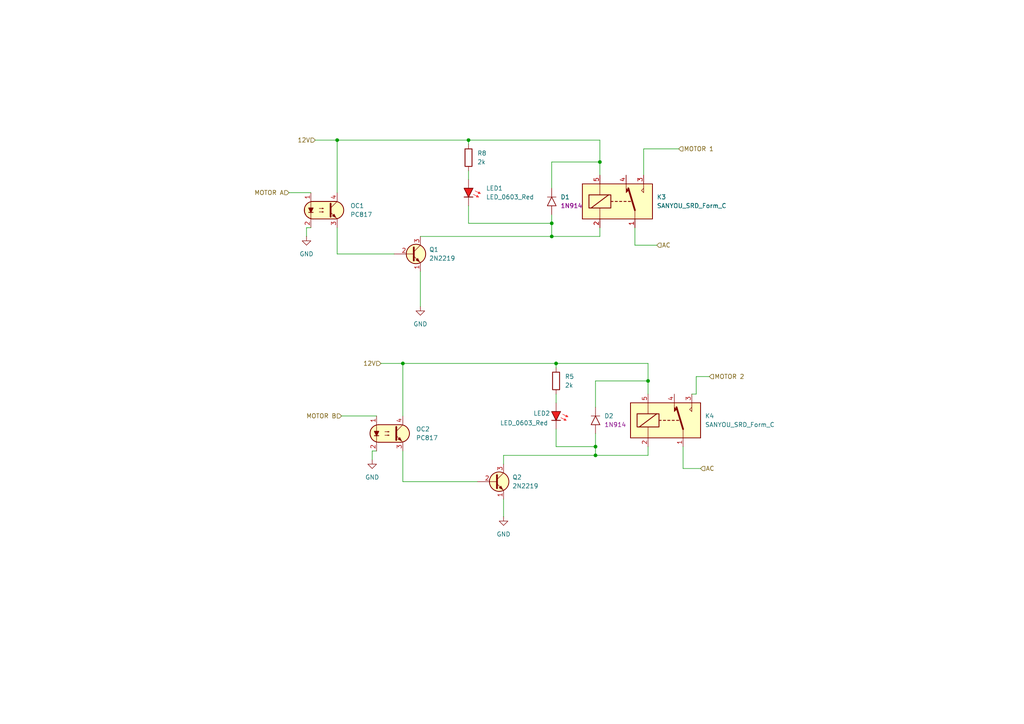
<source format=kicad_sch>
(kicad_sch
	(version 20250114)
	(generator "eeschema")
	(generator_version "9.0")
	(uuid "30d6373e-2818-4547-aee8-55b7a5452738")
	(paper "A4")
	(lib_symbols
		(symbol "PCM_4ms_Diode:1N914BWS"
			(pin_numbers
				(hide yes)
			)
			(pin_names
				(offset 1.016)
				(hide yes)
			)
			(exclude_from_sim no)
			(in_bom yes)
			(on_board yes)
			(property "Reference" "D"
				(at 0 2.54 0)
				(effects
					(font
						(size 1.27 1.27)
					)
				)
			)
			(property "Value" "1N914BWS"
				(at 0 -2.54 0)
				(effects
					(font
						(size 1.27 1.27)
					)
					(hide yes)
				)
			)
			(property "Footprint" "4ms_Diode:D_SOD-323F"
				(at 0 5.08 0)
				(effects
					(font
						(size 1.27 1.27)
					)
					(hide yes)
				)
			)
			(property "Datasheet" "https://www.mouser.com/datasheet/2/308/1N914BWS_D-2309364.pdf"
				(at 0 0 0)
				(effects
					(font
						(size 1.27 1.27)
					)
					(hide yes)
				)
			)
			(property "Description" "1N914BWS, 75V, 150mA, 1V @ 100mA SOD-323F"
				(at 0 0 0)
				(effects
					(font
						(size 1.27 1.27)
					)
					(hide yes)
				)
			)
			(property "Specifications" "1N914BWS, 75V, 150mA, 1V @ 100mA SOD-323F"
				(at -2.54 -7.874 0)
				(effects
					(font
						(size 1.27 1.27)
					)
					(justify left)
					(hide yes)
				)
			)
			(property "Manufacturer" "ON Semiconductor / Fairchild"
				(at -2.54 -9.398 0)
				(effects
					(font
						(size 1.27 1.27)
					)
					(justify left)
					(hide yes)
				)
			)
			(property "Part Number" "1N914BWS"
				(at -2.54 -10.922 0)
				(effects
					(font
						(size 1.27 1.27)
					)
					(justify left)
					(hide yes)
				)
			)
			(property "JLCPCB ID" "C258181"
				(at -2.54 -10.922 0)
				(effects
					(font
						(size 1.27 1.27)
					)
					(justify left)
					(hide yes)
				)
			)
			(property "Display" "1N914"
				(at 0 -2.54 0)
				(effects
					(font
						(size 1.27 1.27)
					)
				)
			)
			(property "ki_keywords" "1N914, General Purpose, 75V 150mA 1V @ 100mA SOD-323F"
				(at 0 0 0)
				(effects
					(font
						(size 1.27 1.27)
					)
					(hide yes)
				)
			)
			(property "ki_fp_filters" "TO-???* *SingleDiode *_Diode_* *SingleDiode* D_*"
				(at 0 0 0)
				(effects
					(font
						(size 1.27 1.27)
					)
					(hide yes)
				)
			)
			(symbol "1N914BWS_0_1"
				(polyline
					(pts
						(xy -1.27 1.27) (xy -1.27 -1.27)
					)
					(stroke
						(width 0)
						(type default)
					)
					(fill
						(type none)
					)
				)
				(polyline
					(pts
						(xy 1.27 1.27) (xy 1.27 -1.27) (xy -1.27 0) (xy 1.27 1.27)
					)
					(stroke
						(width 0.2032)
						(type default)
					)
					(fill
						(type none)
					)
				)
			)
			(symbol "1N914BWS_1_1"
				(pin passive line
					(at -3.81 0 0)
					(length 2.54)
					(name "K"
						(effects
							(font
								(size 1.27 1.27)
							)
						)
					)
					(number "1"
						(effects
							(font
								(size 1.27 1.27)
							)
						)
					)
				)
				(pin passive line
					(at 3.81 0 180)
					(length 2.54)
					(name "A"
						(effects
							(font
								(size 1.27 1.27)
							)
						)
					)
					(number "2"
						(effects
							(font
								(size 1.27 1.27)
							)
						)
					)
				)
			)
			(embedded_fonts no)
		)
		(symbol "PCM_LED_AKL:LED_0603_Red"
			(pin_numbers
				(hide yes)
			)
			(pin_names
				(offset 1.016)
				(hide yes)
			)
			(exclude_from_sim no)
			(in_bom yes)
			(on_board yes)
			(property "Reference" "LED"
				(at 0 7.62 0)
				(effects
					(font
						(size 1.27 1.27)
					)
				)
			)
			(property "Value" "LED_0603_Red"
				(at 0 5.08 0)
				(effects
					(font
						(size 1.27 1.27)
					)
				)
			)
			(property "Footprint" "PCM_LED_SMD_AKL:LED_0603_1608Metric"
				(at 0 0 0)
				(effects
					(font
						(size 1.27 1.27)
					)
					(hide yes)
				)
			)
			(property "Datasheet" "~"
				(at 0 0 0)
				(effects
					(font
						(size 1.27 1.27)
					)
					(hide yes)
				)
			)
			(property "Description" "Red SMD LED, 0603, Alternate KiCad Library"
				(at 0 0 0)
				(effects
					(font
						(size 1.27 1.27)
					)
					(hide yes)
				)
			)
			(property "ki_keywords" "red LED diode generic smd 0603"
				(at 0 0 0)
				(effects
					(font
						(size 1.27 1.27)
					)
					(hide yes)
				)
			)
			(property "ki_fp_filters" "LED* LED_SMD:* LED_THT:*"
				(at 0 0 0)
				(effects
					(font
						(size 1.27 1.27)
					)
					(hide yes)
				)
			)
			(symbol "LED_0603_Red_0_1"
				(polyline
					(pts
						(xy -1.27 1.27) (xy -1.27 -1.27) (xy 1.27 0) (xy -1.27 1.27)
					)
					(stroke
						(width 0.254)
						(type default)
					)
					(fill
						(type color)
						(color 240 30 30 1)
					)
				)
				(polyline
					(pts
						(xy -0.508 1.905) (xy 0.254 3.429)
					)
					(stroke
						(width 0.1524)
						(type default)
						(color 240 30 30 1)
					)
					(fill
						(type none)
					)
				)
				(polyline
					(pts
						(xy 0.254 2.794) (xy -0.254 3.048) (xy 0.254 3.429) (xy 0.254 2.794)
					)
					(stroke
						(width 0)
						(type solid)
						(color 240 30 30 1)
					)
					(fill
						(type outline)
					)
				)
				(polyline
					(pts
						(xy 0.508 1.397) (xy 1.27 2.921)
					)
					(stroke
						(width 0.1524)
						(type default)
						(color 240 30 30 1)
					)
					(fill
						(type none)
					)
				)
				(polyline
					(pts
						(xy 1.27 2.286) (xy 0.762 2.54) (xy 1.27 2.921) (xy 1.27 2.286)
					)
					(stroke
						(width 0.1524)
						(type default)
						(color 240 30 30 1)
					)
					(fill
						(type outline)
					)
				)
				(polyline
					(pts
						(xy 1.27 1.27) (xy 1.27 -1.27)
					)
					(stroke
						(width 0.254)
						(type default)
					)
					(fill
						(type none)
					)
				)
			)
			(symbol "LED_0603_Red_0_2"
				(polyline
					(pts
						(xy -2.54 -2.54) (xy -0.889 -0.889)
					)
					(stroke
						(width 0)
						(type default)
					)
					(fill
						(type none)
					)
				)
				(polyline
					(pts
						(xy -1.651 0.889) (xy -2.159 2.413)
					)
					(stroke
						(width 0)
						(type default)
						(color 240 30 30 1)
					)
					(fill
						(type none)
					)
				)
				(polyline
					(pts
						(xy -0.889 -0.889) (xy -1.778 0) (xy 0.889 0.889) (xy 0 -1.778) (xy -0.889 -0.889)
					)
					(stroke
						(width 0.254)
						(type default)
					)
					(fill
						(type color)
						(color 240 30 30 1)
					)
				)
				(polyline
					(pts
						(xy -0.508 1.27) (xy -1.016 2.794)
					)
					(stroke
						(width 0)
						(type default)
						(color 240 30 30 1)
					)
					(fill
						(type none)
					)
				)
				(polyline
					(pts
						(xy 0 1.778) (xy 1.778 0)
					)
					(stroke
						(width 0.254)
						(type default)
					)
					(fill
						(type none)
					)
				)
				(polyline
					(pts
						(xy 0.889 0.889) (xy 2.54 2.54)
					)
					(stroke
						(width 0)
						(type default)
					)
					(fill
						(type none)
					)
				)
			)
			(symbol "LED_0603_Red_1_1"
				(pin passive line
					(at -3.81 0 0)
					(length 2.54)
					(name "A"
						(effects
							(font
								(size 1.27 1.27)
							)
						)
					)
					(number "2"
						(effects
							(font
								(size 1.27 1.27)
							)
						)
					)
				)
				(pin passive line
					(at 3.81 0 180)
					(length 2.54)
					(name "K"
						(effects
							(font
								(size 1.27 1.27)
							)
						)
					)
					(number "1"
						(effects
							(font
								(size 1.27 1.27)
							)
						)
					)
				)
			)
			(symbol "LED_0603_Red_1_2"
				(polyline
					(pts
						(xy -2.159 2.413) (xy -2.286 1.778) (xy -1.6764 1.9812) (xy -2.159 2.413)
					)
					(stroke
						(width 0)
						(type default)
						(color 240 30 30 1)
					)
					(fill
						(type outline)
					)
				)
				(polyline
					(pts
						(xy -1.016 2.794) (xy -1.143 2.159) (xy -0.5334 2.3622) (xy -1.016 2.794)
					)
					(stroke
						(width 0)
						(type default)
						(color 240 30 30 1)
					)
					(fill
						(type outline)
					)
				)
				(pin passive line
					(at -2.54 -2.54 0)
					(length 0)
					(name "A"
						(effects
							(font
								(size 1.27 1.27)
							)
						)
					)
					(number "2"
						(effects
							(font
								(size 1.27 1.27)
							)
						)
					)
				)
				(pin passive line
					(at 2.54 2.54 180)
					(length 0)
					(name "K"
						(effects
							(font
								(size 1.27 1.27)
							)
						)
					)
					(number "1"
						(effects
							(font
								(size 1.27 1.27)
							)
						)
					)
				)
			)
			(embedded_fonts no)
		)
		(symbol "PCM_Optocoupler_AKL:PC817"
			(pin_names
				(offset 1.016)
			)
			(exclude_from_sim no)
			(in_bom yes)
			(on_board yes)
			(property "Reference" "OC"
				(at 6.35 1.27 0)
				(effects
					(font
						(size 1.27 1.27)
					)
					(justify left)
				)
			)
			(property "Value" "PC817"
				(at 6.35 -1.27 0)
				(effects
					(font
						(size 1.27 1.27)
					)
					(justify left)
				)
			)
			(property "Footprint" "PCM_Package_DIP_AKL:DIP-4_W7.62mm_LongPads"
				(at 6.35 1.27 0)
				(effects
					(font
						(size 1.27 1.27)
						(italic yes)
					)
					(justify left)
					(hide yes)
				)
			)
			(property "Datasheet" "https://www.tme.eu/Document/7534c9f89aa4b1eba4ec90182e378328/PC817_2_3_47.pdf"
				(at 0 0 0)
				(effects
					(font
						(size 1.27 1.27)
					)
					(justify left)
					(hide yes)
				)
			)
			(property "Description" "DIP-4 Optocoupler, Transistor output, 5kV, 4us, Alternate KiCAD Library"
				(at 0 0 0)
				(effects
					(font
						(size 1.27 1.27)
					)
					(hide yes)
				)
			)
			(property "ki_keywords" "NPN Optocoupler transistor output PC817"
				(at 0 0 0)
				(effects
					(font
						(size 1.27 1.27)
					)
					(hide yes)
				)
			)
			(property "ki_fp_filters" "DIP*W7.62mm*"
				(at 0 0 0)
				(effects
					(font
						(size 1.27 1.27)
					)
					(hide yes)
				)
			)
			(symbol "PC817_0_1"
				(polyline
					(pts
						(xy -4.445 -0.635) (xy -3.175 -0.635)
					)
					(stroke
						(width 0.254)
						(type default)
					)
					(fill
						(type none)
					)
				)
				(polyline
					(pts
						(xy -3.81 -0.635) (xy -4.445 0.635) (xy -3.175 0.635) (xy -3.81 -0.635)
					)
					(stroke
						(width 0.254)
						(type default)
					)
					(fill
						(type outline)
					)
				)
				(polyline
					(pts
						(xy -3.81 -2.54) (xy -3.81 -1.27) (xy -3.81 2.54)
					)
					(stroke
						(width 0.1524)
						(type default)
					)
					(fill
						(type none)
					)
				)
				(polyline
					(pts
						(xy -3.175 2.54) (xy 3.175 2.54)
					)
					(stroke
						(width 0.254)
						(type default)
					)
					(fill
						(type none)
					)
				)
				(arc
					(start -3.1975 -2.54)
					(mid -5.7151 0)
					(end -3.1975 2.54)
					(stroke
						(width 0.254)
						(type default)
					)
					(fill
						(type none)
					)
				)
				(polyline
					(pts
						(xy -2.54 2.54) (xy 3.429 2.54) (xy 4.318 2.286) (xy 4.699 2.032) (xy 5.08 1.651) (xy 5.461 1.016)
						(xy 5.715 0.381) (xy 5.715 -0.381) (xy 5.461 -1.143) (xy 4.826 -1.905) (xy 4.191 -2.286) (xy 3.302 -2.54)
						(xy -3.81 -2.54) (xy -3.81 -2.54) (xy -4.572 -2.032) (xy -5.08 -1.778) (xy -5.588 -0.508) (xy -5.588 0.254)
						(xy -5.588 1.016) (xy -5.08 1.778) (xy -4.318 2.286) (xy -3.556 2.54) (xy -2.54 2.54)
					)
					(stroke
						(width 0.01)
						(type default)
					)
					(fill
						(type background)
					)
				)
				(polyline
					(pts
						(xy -1.397 0.508) (xy -0.127 0.508) (xy -0.508 0.381) (xy -0.508 0.635) (xy -0.127 0.508)
					)
					(stroke
						(width 0)
						(type default)
					)
					(fill
						(type none)
					)
				)
				(polyline
					(pts
						(xy -1.397 -0.508) (xy -0.127 -0.508) (xy -0.508 -0.635) (xy -0.508 -0.381) (xy -0.127 -0.508)
					)
					(stroke
						(width 0)
						(type default)
					)
					(fill
						(type none)
					)
				)
				(polyline
					(pts
						(xy 1.905 1.905) (xy 1.905 -1.905) (xy 1.905 -1.905)
					)
					(stroke
						(width 0.508)
						(type default)
					)
					(fill
						(type none)
					)
				)
				(polyline
					(pts
						(xy 1.905 0.635) (xy 3.81 2.54)
					)
					(stroke
						(width 0)
						(type default)
					)
					(fill
						(type none)
					)
				)
				(polyline
					(pts
						(xy 2.413 -1.651) (xy 2.921 -1.143) (xy 3.429 -2.159) (xy 2.413 -1.651) (xy 2.413 -1.651)
					)
					(stroke
						(width 0)
						(type default)
					)
					(fill
						(type outline)
					)
				)
				(arc
					(start 3.1975 2.54)
					(mid 5.7151 0)
					(end 3.1975 -2.54)
					(stroke
						(width 0.254)
						(type default)
					)
					(fill
						(type none)
					)
				)
				(polyline
					(pts
						(xy 3.175 -2.54) (xy -3.175 -2.54)
					)
					(stroke
						(width 0.254)
						(type default)
					)
					(fill
						(type none)
					)
				)
				(polyline
					(pts
						(xy 3.81 -2.54) (xy 1.905 -0.635)
					)
					(stroke
						(width 0)
						(type default)
					)
					(fill
						(type outline)
					)
				)
			)
			(symbol "PC817_1_1"
				(pin passive line
					(at -3.81 5.08 270)
					(length 2.54)
					(name "~"
						(effects
							(font
								(size 1.27 1.27)
							)
						)
					)
					(number "1"
						(effects
							(font
								(size 1.27 1.27)
							)
						)
					)
				)
				(pin passive line
					(at -3.81 -5.08 90)
					(length 2.54)
					(name "~"
						(effects
							(font
								(size 1.27 1.27)
							)
						)
					)
					(number "2"
						(effects
							(font
								(size 1.27 1.27)
							)
						)
					)
				)
				(pin passive line
					(at 3.81 5.08 270)
					(length 2.54)
					(name "~"
						(effects
							(font
								(size 1.27 1.27)
							)
						)
					)
					(number "4"
						(effects
							(font
								(size 1.27 1.27)
							)
						)
					)
				)
				(pin passive line
					(at 3.81 -5.08 90)
					(length 2.54)
					(name "~"
						(effects
							(font
								(size 1.27 1.27)
							)
						)
					)
					(number "3"
						(effects
							(font
								(size 1.27 1.27)
							)
						)
					)
				)
			)
			(embedded_fonts no)
		)
		(symbol "PCM_Resistor_AKL:R_0603"
			(pin_numbers
				(hide yes)
			)
			(pin_names
				(offset 0)
			)
			(exclude_from_sim no)
			(in_bom yes)
			(on_board yes)
			(property "Reference" "R"
				(at 2.54 1.27 0)
				(effects
					(font
						(size 1.27 1.27)
					)
					(justify left)
				)
			)
			(property "Value" "R_0603"
				(at 2.54 -1.27 0)
				(effects
					(font
						(size 1.27 1.27)
					)
					(justify left)
				)
			)
			(property "Footprint" "PCM_Resistor_SMD_AKL:R_0603_1608Metric"
				(at 0 -11.43 0)
				(effects
					(font
						(size 1.27 1.27)
					)
					(hide yes)
				)
			)
			(property "Datasheet" "~"
				(at 0 0 0)
				(effects
					(font
						(size 1.27 1.27)
					)
					(hide yes)
				)
			)
			(property "Description" "SMD 0603 Chip Resistor, European Symbol, Alternate KiCad Library"
				(at 0 0 0)
				(effects
					(font
						(size 1.27 1.27)
					)
					(hide yes)
				)
			)
			(property "ki_keywords" "R res resistor eu SMD 0603"
				(at 0 0 0)
				(effects
					(font
						(size 1.27 1.27)
					)
					(hide yes)
				)
			)
			(property "ki_fp_filters" "R_*"
				(at 0 0 0)
				(effects
					(font
						(size 1.27 1.27)
					)
					(hide yes)
				)
			)
			(symbol "R_0603_0_1"
				(rectangle
					(start -1.016 2.54)
					(end 1.016 -2.54)
					(stroke
						(width 0.254)
						(type default)
					)
					(fill
						(type none)
					)
				)
			)
			(symbol "R_0603_0_2"
				(polyline
					(pts
						(xy -2.54 -2.54) (xy -1.524 -1.524)
					)
					(stroke
						(width 0)
						(type default)
					)
					(fill
						(type none)
					)
				)
				(polyline
					(pts
						(xy 1.524 1.524) (xy 2.54 2.54)
					)
					(stroke
						(width 0)
						(type default)
					)
					(fill
						(type none)
					)
				)
				(polyline
					(pts
						(xy 1.524 1.524) (xy 0.889 2.159) (xy -2.159 -0.889) (xy -0.889 -2.159) (xy 2.159 0.889) (xy 1.524 1.524)
					)
					(stroke
						(width 0.254)
						(type default)
					)
					(fill
						(type none)
					)
				)
			)
			(symbol "R_0603_1_1"
				(pin passive line
					(at 0 3.81 270)
					(length 1.27)
					(name "~"
						(effects
							(font
								(size 1.27 1.27)
							)
						)
					)
					(number "1"
						(effects
							(font
								(size 1.27 1.27)
							)
						)
					)
				)
				(pin passive line
					(at 0 -3.81 90)
					(length 1.27)
					(name "~"
						(effects
							(font
								(size 1.27 1.27)
							)
						)
					)
					(number "2"
						(effects
							(font
								(size 1.27 1.27)
							)
						)
					)
				)
			)
			(symbol "R_0603_1_2"
				(pin passive line
					(at -2.54 -2.54 0)
					(length 0)
					(name ""
						(effects
							(font
								(size 1.27 1.27)
							)
						)
					)
					(number "2"
						(effects
							(font
								(size 1.27 1.27)
							)
						)
					)
				)
				(pin passive line
					(at 2.54 2.54 180)
					(length 0)
					(name ""
						(effects
							(font
								(size 1.27 1.27)
							)
						)
					)
					(number "1"
						(effects
							(font
								(size 1.27 1.27)
							)
						)
					)
				)
			)
			(embedded_fonts no)
		)
		(symbol "PCM_Transistor_BJT_AKL:2N2219"
			(pin_names
				(hide yes)
			)
			(exclude_from_sim no)
			(in_bom yes)
			(on_board yes)
			(property "Reference" "Q"
				(at 5.08 1.27 0)
				(effects
					(font
						(size 1.27 1.27)
					)
					(justify left)
				)
			)
			(property "Value" "2N2219"
				(at 5.08 -1.27 0)
				(effects
					(font
						(size 1.27 1.27)
					)
					(justify left)
				)
			)
			(property "Footprint" "PCM_Package_TO_SOT_THT_AKL:TO-39-3_EBC"
				(at 5.08 2.54 0)
				(effects
					(font
						(size 1.27 1.27)
					)
					(hide yes)
				)
			)
			(property "Datasheet" "https://www.tme.eu/Document/54f49a0b890d64caa9ab32b7e0173295/2N2219.pdf"
				(at 0 0 0)
				(effects
					(font
						(size 1.27 1.27)
					)
					(hide yes)
				)
			)
			(property "Description" "NPN TO-39 transistor, 30V, 0.8A, 3W, Alternate KiCAD Library"
				(at 0 0 0)
				(effects
					(font
						(size 1.27 1.27)
					)
					(hide yes)
				)
			)
			(property "ki_keywords" "transistor NPN 2N2219"
				(at 0 0 0)
				(effects
					(font
						(size 1.27 1.27)
					)
					(hide yes)
				)
			)
			(symbol "2N2219_0_1"
				(polyline
					(pts
						(xy 0.635 1.905) (xy 0.635 -1.905) (xy 0.635 -1.905)
					)
					(stroke
						(width 0.508)
						(type default)
					)
					(fill
						(type none)
					)
				)
				(polyline
					(pts
						(xy 0.635 0.635) (xy 2.54 2.54)
					)
					(stroke
						(width 0)
						(type default)
					)
					(fill
						(type none)
					)
				)
				(polyline
					(pts
						(xy 0.635 -0.635) (xy 2.54 -2.54) (xy 2.54 -2.54)
					)
					(stroke
						(width 0)
						(type default)
					)
					(fill
						(type none)
					)
				)
				(circle
					(center 1.27 0)
					(radius 2.8194)
					(stroke
						(width 0.254)
						(type default)
					)
					(fill
						(type background)
					)
				)
				(polyline
					(pts
						(xy 1.27 -1.778) (xy 1.778 -1.27) (xy 2.286 -2.286) (xy 1.27 -1.778) (xy 1.27 -1.778)
					)
					(stroke
						(width 0)
						(type default)
					)
					(fill
						(type outline)
					)
				)
			)
			(symbol "2N2219_1_1"
				(pin passive line
					(at -5.08 0 0)
					(length 5.715)
					(name "B"
						(effects
							(font
								(size 1.27 1.27)
							)
						)
					)
					(number "2"
						(effects
							(font
								(size 1.27 1.27)
							)
						)
					)
				)
				(pin passive line
					(at 2.54 5.08 270)
					(length 2.54)
					(name "C"
						(effects
							(font
								(size 1.27 1.27)
							)
						)
					)
					(number "3"
						(effects
							(font
								(size 1.27 1.27)
							)
						)
					)
				)
				(pin passive line
					(at 2.54 -5.08 90)
					(length 2.54)
					(name "E"
						(effects
							(font
								(size 1.27 1.27)
							)
						)
					)
					(number "1"
						(effects
							(font
								(size 1.27 1.27)
							)
						)
					)
				)
			)
			(embedded_fonts no)
		)
		(symbol "Relay:SANYOU_SRD_Form_C"
			(exclude_from_sim no)
			(in_bom yes)
			(on_board yes)
			(property "Reference" "K"
				(at 11.43 3.81 0)
				(effects
					(font
						(size 1.27 1.27)
					)
					(justify left)
				)
			)
			(property "Value" "SANYOU_SRD_Form_C"
				(at 11.43 1.27 0)
				(effects
					(font
						(size 1.27 1.27)
					)
					(justify left)
				)
			)
			(property "Footprint" "Relay_THT:Relay_SPDT_SANYOU_SRD_Series_Form_C"
				(at 11.43 -1.27 0)
				(effects
					(font
						(size 1.27 1.27)
					)
					(justify left)
					(hide yes)
				)
			)
			(property "Datasheet" "http://www.sanyourelay.ca/public/products/pdf/SRD.pdf"
				(at 0 0 0)
				(effects
					(font
						(size 1.27 1.27)
					)
					(hide yes)
				)
			)
			(property "Description" "Sanyo SRD relay, Single Pole Miniature Power Relay,"
				(at 0 0 0)
				(effects
					(font
						(size 1.27 1.27)
					)
					(hide yes)
				)
			)
			(property "ki_keywords" "Single Pole Relay SPDT"
				(at 0 0 0)
				(effects
					(font
						(size 1.27 1.27)
					)
					(hide yes)
				)
			)
			(property "ki_fp_filters" "Relay*SPDT*SANYOU*SRD*Series*Form*C*"
				(at 0 0 0)
				(effects
					(font
						(size 1.27 1.27)
					)
					(hide yes)
				)
			)
			(symbol "SANYOU_SRD_Form_C_0_0"
				(polyline
					(pts
						(xy 7.62 5.08) (xy 7.62 2.54) (xy 6.985 3.175) (xy 7.62 3.81)
					)
					(stroke
						(width 0)
						(type default)
					)
					(fill
						(type none)
					)
				)
			)
			(symbol "SANYOU_SRD_Form_C_0_1"
				(rectangle
					(start -10.16 5.08)
					(end 10.16 -5.08)
					(stroke
						(width 0.254)
						(type default)
					)
					(fill
						(type background)
					)
				)
				(rectangle
					(start -8.255 1.905)
					(end -1.905 -1.905)
					(stroke
						(width 0.254)
						(type default)
					)
					(fill
						(type none)
					)
				)
				(polyline
					(pts
						(xy -7.62 -1.905) (xy -2.54 1.905)
					)
					(stroke
						(width 0.254)
						(type default)
					)
					(fill
						(type none)
					)
				)
				(polyline
					(pts
						(xy -5.08 5.08) (xy -5.08 1.905)
					)
					(stroke
						(width 0)
						(type default)
					)
					(fill
						(type none)
					)
				)
				(polyline
					(pts
						(xy -5.08 -5.08) (xy -5.08 -1.905)
					)
					(stroke
						(width 0)
						(type default)
					)
					(fill
						(type none)
					)
				)
				(polyline
					(pts
						(xy -1.905 0) (xy -1.27 0)
					)
					(stroke
						(width 0.254)
						(type default)
					)
					(fill
						(type none)
					)
				)
				(polyline
					(pts
						(xy -0.635 0) (xy 0 0)
					)
					(stroke
						(width 0.254)
						(type default)
					)
					(fill
						(type none)
					)
				)
				(polyline
					(pts
						(xy 0.635 0) (xy 1.27 0)
					)
					(stroke
						(width 0.254)
						(type default)
					)
					(fill
						(type none)
					)
				)
				(polyline
					(pts
						(xy 1.905 0) (xy 2.54 0)
					)
					(stroke
						(width 0.254)
						(type default)
					)
					(fill
						(type none)
					)
				)
				(polyline
					(pts
						(xy 3.175 0) (xy 3.81 0)
					)
					(stroke
						(width 0.254)
						(type default)
					)
					(fill
						(type none)
					)
				)
				(polyline
					(pts
						(xy 5.08 -2.54) (xy 3.175 3.81)
					)
					(stroke
						(width 0.508)
						(type default)
					)
					(fill
						(type none)
					)
				)
				(polyline
					(pts
						(xy 5.08 -2.54) (xy 5.08 -5.08)
					)
					(stroke
						(width 0)
						(type default)
					)
					(fill
						(type none)
					)
				)
			)
			(symbol "SANYOU_SRD_Form_C_1_1"
				(polyline
					(pts
						(xy 2.54 3.81) (xy 3.175 3.175) (xy 2.54 2.54) (xy 2.54 5.08)
					)
					(stroke
						(width 0)
						(type default)
					)
					(fill
						(type outline)
					)
				)
				(pin passive line
					(at -5.08 7.62 270)
					(length 2.54)
					(name "~"
						(effects
							(font
								(size 1.27 1.27)
							)
						)
					)
					(number "5"
						(effects
							(font
								(size 1.27 1.27)
							)
						)
					)
				)
				(pin passive line
					(at -5.08 -7.62 90)
					(length 2.54)
					(name "~"
						(effects
							(font
								(size 1.27 1.27)
							)
						)
					)
					(number "2"
						(effects
							(font
								(size 1.27 1.27)
							)
						)
					)
				)
				(pin passive line
					(at 2.54 7.62 270)
					(length 2.54)
					(name "~"
						(effects
							(font
								(size 1.27 1.27)
							)
						)
					)
					(number "4"
						(effects
							(font
								(size 1.27 1.27)
							)
						)
					)
				)
				(pin passive line
					(at 5.08 -7.62 90)
					(length 2.54)
					(name "~"
						(effects
							(font
								(size 1.27 1.27)
							)
						)
					)
					(number "1"
						(effects
							(font
								(size 1.27 1.27)
							)
						)
					)
				)
				(pin passive line
					(at 7.62 7.62 270)
					(length 2.54)
					(name "~"
						(effects
							(font
								(size 1.27 1.27)
							)
						)
					)
					(number "3"
						(effects
							(font
								(size 1.27 1.27)
							)
						)
					)
				)
			)
			(embedded_fonts no)
		)
		(symbol "power:GND"
			(power)
			(pin_numbers
				(hide yes)
			)
			(pin_names
				(offset 0)
				(hide yes)
			)
			(exclude_from_sim no)
			(in_bom yes)
			(on_board yes)
			(property "Reference" "#PWR"
				(at 0 -6.35 0)
				(effects
					(font
						(size 1.27 1.27)
					)
					(hide yes)
				)
			)
			(property "Value" "GND"
				(at 0 -3.81 0)
				(effects
					(font
						(size 1.27 1.27)
					)
				)
			)
			(property "Footprint" ""
				(at 0 0 0)
				(effects
					(font
						(size 1.27 1.27)
					)
					(hide yes)
				)
			)
			(property "Datasheet" ""
				(at 0 0 0)
				(effects
					(font
						(size 1.27 1.27)
					)
					(hide yes)
				)
			)
			(property "Description" "Power symbol creates a global label with name \"GND\" , ground"
				(at 0 0 0)
				(effects
					(font
						(size 1.27 1.27)
					)
					(hide yes)
				)
			)
			(property "ki_keywords" "global power"
				(at 0 0 0)
				(effects
					(font
						(size 1.27 1.27)
					)
					(hide yes)
				)
			)
			(symbol "GND_0_1"
				(polyline
					(pts
						(xy 0 0) (xy 0 -1.27) (xy 1.27 -1.27) (xy 0 -2.54) (xy -1.27 -1.27) (xy 0 -1.27)
					)
					(stroke
						(width 0)
						(type default)
					)
					(fill
						(type none)
					)
				)
			)
			(symbol "GND_1_1"
				(pin power_in line
					(at 0 0 270)
					(length 0)
					(name "~"
						(effects
							(font
								(size 1.27 1.27)
							)
						)
					)
					(number "1"
						(effects
							(font
								(size 1.27 1.27)
							)
						)
					)
				)
			)
			(embedded_fonts no)
		)
	)
	(junction
		(at 161.29 105.41)
		(diameter 0)
		(color 0 0 0 0)
		(uuid "0fdf8f02-1563-430e-b351-a6a43618c5fe")
	)
	(junction
		(at 173.99 46.99)
		(diameter 0)
		(color 0 0 0 0)
		(uuid "27285a67-3ee7-47c5-929d-c0465f782d42")
	)
	(junction
		(at 187.96 110.49)
		(diameter 0)
		(color 0 0 0 0)
		(uuid "8187f64f-fa3f-40f6-af45-9ce0f4e7e764")
	)
	(junction
		(at 116.84 105.41)
		(diameter 0)
		(color 0 0 0 0)
		(uuid "95a905e7-24c8-4f0a-a382-dd2f3bfedbda")
	)
	(junction
		(at 172.72 132.08)
		(diameter 0)
		(color 0 0 0 0)
		(uuid "af9b509d-c283-4874-8b5c-d3cae4fdd279")
	)
	(junction
		(at 172.72 129.54)
		(diameter 0)
		(color 0 0 0 0)
		(uuid "afbbd20d-4179-4f2b-883d-1545819a0a73")
	)
	(junction
		(at 160.02 64.77)
		(diameter 0)
		(color 0 0 0 0)
		(uuid "b1a85960-48cf-41c3-a0c3-81cb1c1363d1")
	)
	(junction
		(at 97.79 40.64)
		(diameter 0)
		(color 0 0 0 0)
		(uuid "d45dcb0a-574f-407b-8ca9-f80d3bd51f47")
	)
	(junction
		(at 160.02 68.58)
		(diameter 0)
		(color 0 0 0 0)
		(uuid "d547624c-0920-407e-9caa-c14a5cabbe3c")
	)
	(junction
		(at 135.89 40.64)
		(diameter 0)
		(color 0 0 0 0)
		(uuid "f1ae39b3-ba41-41e1-a029-ae257b6e1e3a")
	)
	(wire
		(pts
			(xy 97.79 40.64) (xy 135.89 40.64)
		)
		(stroke
			(width 0)
			(type default)
		)
		(uuid "04c697ad-3df5-41ca-8966-5abeb01b5ff0")
	)
	(wire
		(pts
			(xy 160.02 62.23) (xy 160.02 64.77)
		)
		(stroke
			(width 0)
			(type default)
		)
		(uuid "0b2552dc-470a-4b39-ad68-f67695e4ecaf")
	)
	(wire
		(pts
			(xy 99.06 120.65) (xy 109.22 120.65)
		)
		(stroke
			(width 0)
			(type default)
		)
		(uuid "0fe2f43f-8c0a-4d56-ae76-a3f37e1d884f")
	)
	(wire
		(pts
			(xy 97.79 66.04) (xy 97.79 73.66)
		)
		(stroke
			(width 0)
			(type default)
		)
		(uuid "1156a44a-e5e0-4e8f-96d6-7d8d2f83a735")
	)
	(wire
		(pts
			(xy 116.84 105.41) (xy 116.84 120.65)
		)
		(stroke
			(width 0)
			(type default)
		)
		(uuid "17fd1bea-575b-4e4c-9930-ab61794a866d")
	)
	(wire
		(pts
			(xy 172.72 118.11) (xy 172.72 110.49)
		)
		(stroke
			(width 0)
			(type default)
		)
		(uuid "1a22499c-47f7-4449-9612-551df00ba63c")
	)
	(wire
		(pts
			(xy 135.89 59.69) (xy 135.89 64.77)
		)
		(stroke
			(width 0)
			(type default)
		)
		(uuid "1a434151-d35e-4fb6-8203-7aa512f14524")
	)
	(wire
		(pts
			(xy 161.29 105.41) (xy 187.96 105.41)
		)
		(stroke
			(width 0)
			(type default)
		)
		(uuid "1b6dcc43-2f65-4540-af5b-9800e8189a7a")
	)
	(wire
		(pts
			(xy 201.93 114.3) (xy 200.66 114.3)
		)
		(stroke
			(width 0)
			(type default)
		)
		(uuid "1d4c0c76-a31f-416d-8532-dcb7f29144b3")
	)
	(wire
		(pts
			(xy 121.92 78.74) (xy 121.92 88.9)
		)
		(stroke
			(width 0)
			(type default)
		)
		(uuid "1e13e43f-a7e1-4121-92d1-b89d9f367a42")
	)
	(wire
		(pts
			(xy 107.95 130.81) (xy 109.22 130.81)
		)
		(stroke
			(width 0)
			(type default)
		)
		(uuid "2204c3af-0d9c-4dfe-9e70-767ebd88e64c")
	)
	(wire
		(pts
			(xy 97.79 73.66) (xy 114.3 73.66)
		)
		(stroke
			(width 0)
			(type default)
		)
		(uuid "273f857a-94e2-4438-a898-f914191fc6b1")
	)
	(wire
		(pts
			(xy 116.84 105.41) (xy 161.29 105.41)
		)
		(stroke
			(width 0)
			(type default)
		)
		(uuid "297a46d9-3919-4317-a071-f005deced5a5")
	)
	(wire
		(pts
			(xy 160.02 64.77) (xy 160.02 68.58)
		)
		(stroke
			(width 0)
			(type default)
		)
		(uuid "2c4a1c58-6cb6-410a-b8a8-0e2a93a70b27")
	)
	(wire
		(pts
			(xy 88.9 68.58) (xy 88.9 66.04)
		)
		(stroke
			(width 0)
			(type default)
		)
		(uuid "32e9eafa-e9eb-401a-ad98-8afdc0e736fd")
	)
	(wire
		(pts
			(xy 110.49 105.41) (xy 116.84 105.41)
		)
		(stroke
			(width 0)
			(type default)
		)
		(uuid "36ab6efd-5c1c-4a55-902e-7586faa74bb7")
	)
	(wire
		(pts
			(xy 146.05 132.08) (xy 172.72 132.08)
		)
		(stroke
			(width 0)
			(type default)
		)
		(uuid "397ad1b9-343c-4959-90c3-a4dd238ad829")
	)
	(wire
		(pts
			(xy 135.89 64.77) (xy 160.02 64.77)
		)
		(stroke
			(width 0)
			(type default)
		)
		(uuid "39e49eb7-d66f-4bb1-bdc3-a4b632b44c28")
	)
	(wire
		(pts
			(xy 91.44 40.64) (xy 97.79 40.64)
		)
		(stroke
			(width 0)
			(type default)
		)
		(uuid "3b25934b-1a60-4ed0-a06f-f4d39ba9e2d6")
	)
	(wire
		(pts
			(xy 184.15 66.04) (xy 184.15 71.12)
		)
		(stroke
			(width 0)
			(type default)
		)
		(uuid "418c22a7-95eb-450f-9a5f-de89ce6c41ac")
	)
	(wire
		(pts
			(xy 146.05 144.78) (xy 146.05 149.86)
		)
		(stroke
			(width 0)
			(type default)
		)
		(uuid "42a133c4-672d-4987-ae28-9c249ff21a56")
	)
	(wire
		(pts
			(xy 161.29 114.3) (xy 161.29 116.84)
		)
		(stroke
			(width 0)
			(type default)
		)
		(uuid "44d0a1c6-41fa-4d37-a871-2c90025ad040")
	)
	(wire
		(pts
			(xy 173.99 46.99) (xy 173.99 50.8)
		)
		(stroke
			(width 0)
			(type default)
		)
		(uuid "5345823b-2b9f-48df-857e-a78acaee4ba2")
	)
	(wire
		(pts
			(xy 135.89 40.64) (xy 173.99 40.64)
		)
		(stroke
			(width 0)
			(type default)
		)
		(uuid "5b29ccd8-5d83-4d3f-b9f4-98378145f34d")
	)
	(wire
		(pts
			(xy 160.02 54.61) (xy 160.02 46.99)
		)
		(stroke
			(width 0)
			(type default)
		)
		(uuid "6e2c2e43-563c-4b60-b089-949f9ee64bdd")
	)
	(wire
		(pts
			(xy 161.29 105.41) (xy 161.29 106.68)
		)
		(stroke
			(width 0)
			(type default)
		)
		(uuid "6f5bdf4e-2406-4403-a46c-35175eeea93a")
	)
	(wire
		(pts
			(xy 186.69 43.18) (xy 186.69 50.8)
		)
		(stroke
			(width 0)
			(type default)
		)
		(uuid "6fa8d59f-08fc-4ebb-8fc2-a151742467ed")
	)
	(wire
		(pts
			(xy 196.85 43.18) (xy 186.69 43.18)
		)
		(stroke
			(width 0)
			(type default)
		)
		(uuid "7147ff90-0724-4294-9147-868801de71d9")
	)
	(wire
		(pts
			(xy 172.72 132.08) (xy 187.96 132.08)
		)
		(stroke
			(width 0)
			(type default)
		)
		(uuid "73d45bf9-8fa1-4c39-b216-18d389f13b37")
	)
	(wire
		(pts
			(xy 161.29 124.46) (xy 161.29 129.54)
		)
		(stroke
			(width 0)
			(type default)
		)
		(uuid "76e322d2-638d-4b9f-b0da-09447227d306")
	)
	(wire
		(pts
			(xy 116.84 130.81) (xy 116.84 139.7)
		)
		(stroke
			(width 0)
			(type default)
		)
		(uuid "7846e652-00fd-4f94-9f90-0e6a4f9e6190")
	)
	(wire
		(pts
			(xy 146.05 134.62) (xy 146.05 132.08)
		)
		(stroke
			(width 0)
			(type default)
		)
		(uuid "7864d738-b06e-4bd5-97ec-b9e686090218")
	)
	(wire
		(pts
			(xy 160.02 46.99) (xy 173.99 46.99)
		)
		(stroke
			(width 0)
			(type default)
		)
		(uuid "832bf54b-b247-49c5-9ae2-0cc9ef112f0b")
	)
	(wire
		(pts
			(xy 135.89 49.53) (xy 135.89 52.07)
		)
		(stroke
			(width 0)
			(type default)
		)
		(uuid "8373c16a-8259-4eb0-8a10-036d495e8695")
	)
	(wire
		(pts
			(xy 161.29 129.54) (xy 172.72 129.54)
		)
		(stroke
			(width 0)
			(type default)
		)
		(uuid "864583bc-67e5-48d7-8dbb-de9b030838ad")
	)
	(wire
		(pts
			(xy 201.93 109.22) (xy 201.93 114.3)
		)
		(stroke
			(width 0)
			(type default)
		)
		(uuid "874b962f-e848-4e08-9041-8e2fdaf3722c")
	)
	(wire
		(pts
			(xy 116.84 139.7) (xy 138.43 139.7)
		)
		(stroke
			(width 0)
			(type default)
		)
		(uuid "8854e59a-46ae-4c32-b115-573dfb0f8546")
	)
	(wire
		(pts
			(xy 173.99 68.58) (xy 173.99 66.04)
		)
		(stroke
			(width 0)
			(type default)
		)
		(uuid "8ac7ef1d-d5f4-40a3-9d56-02342b89d6b6")
	)
	(wire
		(pts
			(xy 172.72 129.54) (xy 172.72 132.08)
		)
		(stroke
			(width 0)
			(type default)
		)
		(uuid "911bafb9-4834-4c69-a0ea-60c07363ca91")
	)
	(wire
		(pts
			(xy 187.96 132.08) (xy 187.96 129.54)
		)
		(stroke
			(width 0)
			(type default)
		)
		(uuid "9b456c51-5d5e-4786-987e-31080708fbdc")
	)
	(wire
		(pts
			(xy 83.82 55.88) (xy 90.17 55.88)
		)
		(stroke
			(width 0)
			(type default)
		)
		(uuid "a07d6001-57ea-4de0-9aa0-1d5e8facf0a2")
	)
	(wire
		(pts
			(xy 135.89 40.64) (xy 135.89 41.91)
		)
		(stroke
			(width 0)
			(type default)
		)
		(uuid "a5b7e07f-4030-4216-a11b-44fb56949b1d")
	)
	(wire
		(pts
			(xy 121.92 68.58) (xy 160.02 68.58)
		)
		(stroke
			(width 0)
			(type default)
		)
		(uuid "ad34de84-0897-4c03-86a9-7db2d2a3e125")
	)
	(wire
		(pts
			(xy 198.12 129.54) (xy 198.12 135.89)
		)
		(stroke
			(width 0)
			(type default)
		)
		(uuid "b215ae08-0b9a-4c65-97e9-975e28d0a2f1")
	)
	(wire
		(pts
			(xy 88.9 66.04) (xy 90.17 66.04)
		)
		(stroke
			(width 0)
			(type default)
		)
		(uuid "bcfb51dd-87e1-46dc-a2ef-10d0d629eb42")
	)
	(wire
		(pts
			(xy 172.72 110.49) (xy 187.96 110.49)
		)
		(stroke
			(width 0)
			(type default)
		)
		(uuid "c1c2ca40-a2e6-4303-9989-84c149923c4c")
	)
	(wire
		(pts
			(xy 173.99 40.64) (xy 173.99 46.99)
		)
		(stroke
			(width 0)
			(type default)
		)
		(uuid "c4995eb8-af8e-47f2-b195-f86449b585aa")
	)
	(wire
		(pts
			(xy 205.74 109.22) (xy 201.93 109.22)
		)
		(stroke
			(width 0)
			(type default)
		)
		(uuid "c78a4b72-68ee-4fcc-a205-22501423d28f")
	)
	(wire
		(pts
			(xy 187.96 105.41) (xy 187.96 110.49)
		)
		(stroke
			(width 0)
			(type default)
		)
		(uuid "cef3e962-1e63-444c-bc87-855c5524dc37")
	)
	(wire
		(pts
			(xy 107.95 133.35) (xy 107.95 130.81)
		)
		(stroke
			(width 0)
			(type default)
		)
		(uuid "d1b5e62e-bf6d-4223-99bc-8164e60e55d0")
	)
	(wire
		(pts
			(xy 172.72 125.73) (xy 172.72 129.54)
		)
		(stroke
			(width 0)
			(type default)
		)
		(uuid "d3e3c5ba-9f8a-46a8-9178-fa1c76a2ae43")
	)
	(wire
		(pts
			(xy 187.96 114.3) (xy 187.96 110.49)
		)
		(stroke
			(width 0)
			(type default)
		)
		(uuid "e2d792a7-f362-486b-836f-b40919452c58")
	)
	(wire
		(pts
			(xy 97.79 40.64) (xy 97.79 55.88)
		)
		(stroke
			(width 0)
			(type default)
		)
		(uuid "e847b065-232b-45fd-9747-4682bf09d0f9")
	)
	(wire
		(pts
			(xy 190.5 71.12) (xy 184.15 71.12)
		)
		(stroke
			(width 0)
			(type default)
		)
		(uuid "edde258a-00a4-410b-a6ed-b4e71936a622")
	)
	(wire
		(pts
			(xy 203.2 135.89) (xy 198.12 135.89)
		)
		(stroke
			(width 0)
			(type default)
		)
		(uuid "f5345d65-ec34-4461-83d3-0a5eaa8dd233")
	)
	(wire
		(pts
			(xy 160.02 68.58) (xy 173.99 68.58)
		)
		(stroke
			(width 0)
			(type default)
		)
		(uuid "ff706b2e-ec80-4fa6-bc66-77dd032628d9")
	)
	(hierarchical_label "MOTOR 2"
		(shape input)
		(at 205.74 109.22 0)
		(effects
			(font
				(size 1.27 1.27)
			)
			(justify left)
		)
		(uuid "00084eaa-bfbd-417d-831f-e578418c6ce3")
	)
	(hierarchical_label "AC"
		(shape input)
		(at 203.2 135.89 0)
		(effects
			(font
				(size 1.27 1.27)
			)
			(justify left)
		)
		(uuid "232495c9-2b4b-45de-b344-40c2ad5d4fde")
	)
	(hierarchical_label "12V"
		(shape input)
		(at 91.44 40.64 180)
		(effects
			(font
				(size 1.27 1.27)
			)
			(justify right)
		)
		(uuid "40f086a0-b38d-47d8-9f11-a882d85b8dda")
	)
	(hierarchical_label "MOTOR A"
		(shape input)
		(at 83.82 55.88 180)
		(effects
			(font
				(size 1.27 1.27)
			)
			(justify right)
		)
		(uuid "4f6377ed-6d80-460d-a06d-090d65b34b78")
	)
	(hierarchical_label "MOTOR 1"
		(shape input)
		(at 196.85 43.18 0)
		(effects
			(font
				(size 1.27 1.27)
			)
			(justify left)
		)
		(uuid "547a66bb-5297-4fa5-a0ec-b54c41c2b56a")
	)
	(hierarchical_label "12V"
		(shape input)
		(at 110.49 105.41 180)
		(effects
			(font
				(size 1.27 1.27)
			)
			(justify right)
		)
		(uuid "b1ccc2b1-d1d5-417a-b4f5-efc8c2701f43")
	)
	(hierarchical_label "MOTOR B"
		(shape input)
		(at 99.06 120.65 180)
		(effects
			(font
				(size 1.27 1.27)
			)
			(justify right)
		)
		(uuid "ccebce84-cf1d-4970-a56d-ebf32d386adc")
	)
	(hierarchical_label "AC"
		(shape input)
		(at 190.5 71.12 0)
		(effects
			(font
				(size 1.27 1.27)
			)
			(justify left)
		)
		(uuid "dab173b0-59cf-434e-8eee-5297dda7ac49")
	)
	(symbol
		(lib_id "PCM_4ms_Diode:1N914BWS")
		(at 172.72 121.92 270)
		(unit 1)
		(exclude_from_sim no)
		(in_bom yes)
		(on_board yes)
		(dnp no)
		(uuid "01063fa7-2ed2-426f-9d1e-3ca403a8c70a")
		(property "Reference" "D2"
			(at 175.26 120.6499 90)
			(effects
				(font
					(size 1.27 1.27)
				)
				(justify left)
			)
		)
		(property "Value" "1N914BWS"
			(at 170.18 121.92 0)
			(effects
				(font
					(size 1.27 1.27)
				)
				(hide yes)
			)
		)
		(property "Footprint" "PCM_Diode_SMD_AKL:D_0201_0603Metric_TVS"
			(at 177.8 121.92 0)
			(effects
				(font
					(size 1.27 1.27)
				)
				(hide yes)
			)
		)
		(property "Datasheet" "https://www.mouser.com/datasheet/2/308/1N914BWS_D-2309364.pdf"
			(at 172.72 121.92 0)
			(effects
				(font
					(size 1.27 1.27)
				)
				(hide yes)
			)
		)
		(property "Description" "1N914BWS, 75V, 150mA, 1V @ 100mA SOD-323F"
			(at 172.72 121.92 0)
			(effects
				(font
					(size 1.27 1.27)
				)
				(hide yes)
			)
		)
		(property "Specifications" "1N914BWS, 75V, 150mA, 1V @ 100mA SOD-323F"
			(at 164.846 119.38 0)
			(effects
				(font
					(size 1.27 1.27)
				)
				(justify left)
				(hide yes)
			)
		)
		(property "Manufacturer" "ON Semiconductor / Fairchild"
			(at 163.322 119.38 0)
			(effects
				(font
					(size 1.27 1.27)
				)
				(justify left)
				(hide yes)
			)
		)
		(property "Part Number" "1N914BWS"
			(at 161.798 119.38 0)
			(effects
				(font
					(size 1.27 1.27)
				)
				(justify left)
				(hide yes)
			)
		)
		(property "JLCPCB ID" "C258181"
			(at 161.798 119.38 0)
			(effects
				(font
					(size 1.27 1.27)
				)
				(justify left)
				(hide yes)
			)
		)
		(property "Display" "1N914"
			(at 175.26 123.1899 90)
			(effects
				(font
					(size 1.27 1.27)
				)
				(justify left)
			)
		)
		(pin "1"
			(uuid "866bf299-2df0-42fc-a26f-70b8eb65d489")
		)
		(pin "2"
			(uuid "586c3875-42dc-4a94-adee-1e28125954b7")
		)
		(instances
			(project "Pro"
				(path "/3d75f2ac-ff42-44dc-9858-71c9585bfb68/8cec64a4-8f4e-425a-930a-28a9426475d7/9d7a3bd8-7c8d-4a96-abff-e32f8b9b7401"
					(reference "D2")
					(unit 1)
				)
			)
		)
	)
	(symbol
		(lib_id "power:GND")
		(at 88.9 68.58 0)
		(unit 1)
		(exclude_from_sim no)
		(in_bom yes)
		(on_board yes)
		(dnp no)
		(fields_autoplaced yes)
		(uuid "5028b56a-1e9e-4b62-a295-86f0a80dea8c")
		(property "Reference" "#PWR04"
			(at 88.9 74.93 0)
			(effects
				(font
					(size 1.27 1.27)
				)
				(hide yes)
			)
		)
		(property "Value" "GND"
			(at 88.9 73.66 0)
			(effects
				(font
					(size 1.27 1.27)
				)
			)
		)
		(property "Footprint" ""
			(at 88.9 68.58 0)
			(effects
				(font
					(size 1.27 1.27)
				)
				(hide yes)
			)
		)
		(property "Datasheet" ""
			(at 88.9 68.58 0)
			(effects
				(font
					(size 1.27 1.27)
				)
				(hide yes)
			)
		)
		(property "Description" "Power symbol creates a global label with name \"GND\" , ground"
			(at 88.9 68.58 0)
			(effects
				(font
					(size 1.27 1.27)
				)
				(hide yes)
			)
		)
		(pin "1"
			(uuid "9f6fad51-abb2-4a73-a488-6909391e88f2")
		)
		(instances
			(project "Pro"
				(path "/3d75f2ac-ff42-44dc-9858-71c9585bfb68/8cec64a4-8f4e-425a-930a-28a9426475d7/9d7a3bd8-7c8d-4a96-abff-e32f8b9b7401"
					(reference "#PWR04")
					(unit 1)
				)
			)
		)
	)
	(symbol
		(lib_id "Relay:SANYOU_SRD_Form_C")
		(at 193.04 121.92 0)
		(unit 1)
		(exclude_from_sim no)
		(in_bom yes)
		(on_board yes)
		(dnp no)
		(uuid "5c4aec94-fdd4-4a29-9c50-ad757a32f7a9")
		(property "Reference" "K4"
			(at 204.47 120.6499 0)
			(effects
				(font
					(size 1.27 1.27)
				)
				(justify left)
			)
		)
		(property "Value" "SANYOU_SRD_Form_C"
			(at 204.47 123.1899 0)
			(effects
				(font
					(size 1.27 1.27)
				)
				(justify left)
			)
		)
		(property "Footprint" "Relay_THT:Relay_SPDT_SANYOU_SRD_Series_Form_C"
			(at 204.47 123.19 0)
			(effects
				(font
					(size 1.27 1.27)
				)
				(justify left)
				(hide yes)
			)
		)
		(property "Datasheet" "http://www.sanyourelay.ca/public/products/pdf/SRD.pdf"
			(at 193.04 121.92 0)
			(effects
				(font
					(size 1.27 1.27)
				)
				(hide yes)
			)
		)
		(property "Description" "Sanyo SRD relay, Single Pole Miniature Power Relay,"
			(at 193.04 121.92 0)
			(effects
				(font
					(size 1.27 1.27)
				)
				(hide yes)
			)
		)
		(pin "1"
			(uuid "30381fa6-994c-4d9d-8c5b-3e957ef7383c")
		)
		(pin "5"
			(uuid "4ffd4964-2f29-4d66-bfd0-f4774f17160f")
		)
		(pin "2"
			(uuid "d85a1ea5-80d6-4727-8432-2571e1c9cd7c")
		)
		(pin "4"
			(uuid "b669924d-ecb9-40e6-a329-5b91c2dcb025")
		)
		(pin "3"
			(uuid "959d9484-8ef4-40f7-8beb-b62f60ccc49c")
		)
		(instances
			(project "Pro"
				(path "/3d75f2ac-ff42-44dc-9858-71c9585bfb68/8cec64a4-8f4e-425a-930a-28a9426475d7/9d7a3bd8-7c8d-4a96-abff-e32f8b9b7401"
					(reference "K4")
					(unit 1)
				)
			)
		)
	)
	(symbol
		(lib_id "power:GND")
		(at 107.95 133.35 0)
		(unit 1)
		(exclude_from_sim no)
		(in_bom yes)
		(on_board yes)
		(dnp no)
		(fields_autoplaced yes)
		(uuid "5e98c704-4bc6-43e1-92c6-147b6964e733")
		(property "Reference" "#PWR05"
			(at 107.95 139.7 0)
			(effects
				(font
					(size 1.27 1.27)
				)
				(hide yes)
			)
		)
		(property "Value" "GND"
			(at 107.95 138.43 0)
			(effects
				(font
					(size 1.27 1.27)
				)
			)
		)
		(property "Footprint" ""
			(at 107.95 133.35 0)
			(effects
				(font
					(size 1.27 1.27)
				)
				(hide yes)
			)
		)
		(property "Datasheet" ""
			(at 107.95 133.35 0)
			(effects
				(font
					(size 1.27 1.27)
				)
				(hide yes)
			)
		)
		(property "Description" "Power symbol creates a global label with name \"GND\" , ground"
			(at 107.95 133.35 0)
			(effects
				(font
					(size 1.27 1.27)
				)
				(hide yes)
			)
		)
		(pin "1"
			(uuid "8324d23f-7563-4f78-ab1a-5d1b39bf5f5e")
		)
		(instances
			(project "Pro"
				(path "/3d75f2ac-ff42-44dc-9858-71c9585bfb68/8cec64a4-8f4e-425a-930a-28a9426475d7/9d7a3bd8-7c8d-4a96-abff-e32f8b9b7401"
					(reference "#PWR05")
					(unit 1)
				)
			)
		)
	)
	(symbol
		(lib_id "PCM_Resistor_AKL:R_0603")
		(at 161.29 110.49 0)
		(unit 1)
		(exclude_from_sim no)
		(in_bom yes)
		(on_board yes)
		(dnp no)
		(fields_autoplaced yes)
		(uuid "7082adea-5852-4f36-9d4f-c5510510a406")
		(property "Reference" "R5"
			(at 163.83 109.2199 0)
			(effects
				(font
					(size 1.27 1.27)
				)
				(justify left)
			)
		)
		(property "Value" "2k"
			(at 163.83 111.7599 0)
			(effects
				(font
					(size 1.27 1.27)
				)
				(justify left)
			)
		)
		(property "Footprint" "PCM_Resistor_SMD_AKL:R_0603_1608Metric"
			(at 161.29 121.92 0)
			(effects
				(font
					(size 1.27 1.27)
				)
				(hide yes)
			)
		)
		(property "Datasheet" "~"
			(at 161.29 110.49 0)
			(effects
				(font
					(size 1.27 1.27)
				)
				(hide yes)
			)
		)
		(property "Description" "SMD 0603 Chip Resistor, European Symbol, Alternate KiCad Library"
			(at 161.29 110.49 0)
			(effects
				(font
					(size 1.27 1.27)
				)
				(hide yes)
			)
		)
		(pin "2"
			(uuid "ab8dc372-a1aa-435a-9bab-f91dc3c5314b")
		)
		(pin "1"
			(uuid "8b003435-b968-4ca1-868a-7a9c4e0a8d6f")
		)
		(instances
			(project "Pro"
				(path "/3d75f2ac-ff42-44dc-9858-71c9585bfb68/8cec64a4-8f4e-425a-930a-28a9426475d7/9d7a3bd8-7c8d-4a96-abff-e32f8b9b7401"
					(reference "R5")
					(unit 1)
				)
			)
		)
	)
	(symbol
		(lib_id "PCM_LED_AKL:LED_0603_Red")
		(at 135.89 55.88 270)
		(unit 1)
		(exclude_from_sim no)
		(in_bom yes)
		(on_board yes)
		(dnp no)
		(fields_autoplaced yes)
		(uuid "7506835d-b73d-4b98-983c-9ad694c5c208")
		(property "Reference" "LED1"
			(at 140.97 54.6099 90)
			(effects
				(font
					(size 1.27 1.27)
				)
				(justify left)
			)
		)
		(property "Value" "LED_0603_Red"
			(at 140.97 57.1499 90)
			(effects
				(font
					(size 1.27 1.27)
				)
				(justify left)
			)
		)
		(property "Footprint" "LED_THT:LED_D5.0mm"
			(at 135.89 55.88 0)
			(effects
				(font
					(size 1.27 1.27)
				)
				(hide yes)
			)
		)
		(property "Datasheet" "~"
			(at 135.89 55.88 0)
			(effects
				(font
					(size 1.27 1.27)
				)
				(hide yes)
			)
		)
		(property "Description" "Red SMD LED, 0603, Alternate KiCad Library"
			(at 135.89 55.88 0)
			(effects
				(font
					(size 1.27 1.27)
				)
				(hide yes)
			)
		)
		(pin "1"
			(uuid "548d5aeb-9917-4e85-903b-cfaaadf5b25a")
		)
		(pin "2"
			(uuid "528ea88c-17b1-4bf1-b3b2-3c746a7dc75a")
		)
		(instances
			(project "Pro"
				(path "/3d75f2ac-ff42-44dc-9858-71c9585bfb68/8cec64a4-8f4e-425a-930a-28a9426475d7/9d7a3bd8-7c8d-4a96-abff-e32f8b9b7401"
					(reference "LED1")
					(unit 1)
				)
			)
		)
	)
	(symbol
		(lib_id "PCM_Resistor_AKL:R_0603")
		(at 135.89 45.72 0)
		(unit 1)
		(exclude_from_sim no)
		(in_bom yes)
		(on_board yes)
		(dnp no)
		(fields_autoplaced yes)
		(uuid "95ecd04c-07f1-49cc-aeb8-076a2ff10365")
		(property "Reference" "R8"
			(at 138.43 44.4499 0)
			(effects
				(font
					(size 1.27 1.27)
				)
				(justify left)
			)
		)
		(property "Value" "2k"
			(at 138.43 46.9899 0)
			(effects
				(font
					(size 1.27 1.27)
				)
				(justify left)
			)
		)
		(property "Footprint" "PCM_Resistor_SMD_AKL:R_0603_1608Metric"
			(at 135.89 57.15 0)
			(effects
				(font
					(size 1.27 1.27)
				)
				(hide yes)
			)
		)
		(property "Datasheet" "~"
			(at 135.89 45.72 0)
			(effects
				(font
					(size 1.27 1.27)
				)
				(hide yes)
			)
		)
		(property "Description" "SMD 0603 Chip Resistor, European Symbol, Alternate KiCad Library"
			(at 135.89 45.72 0)
			(effects
				(font
					(size 1.27 1.27)
				)
				(hide yes)
			)
		)
		(pin "2"
			(uuid "673dca62-5cd6-47c1-aad5-78cb1b1e3c84")
		)
		(pin "1"
			(uuid "ec6f86bb-de74-4887-8cfc-23178473f81a")
		)
		(instances
			(project "Pro"
				(path "/3d75f2ac-ff42-44dc-9858-71c9585bfb68/8cec64a4-8f4e-425a-930a-28a9426475d7/9d7a3bd8-7c8d-4a96-abff-e32f8b9b7401"
					(reference "R8")
					(unit 1)
				)
			)
		)
	)
	(symbol
		(lib_id "PCM_Optocoupler_AKL:PC817")
		(at 113.03 125.73 0)
		(unit 1)
		(exclude_from_sim no)
		(in_bom yes)
		(on_board yes)
		(dnp no)
		(fields_autoplaced yes)
		(uuid "9c318e50-c7fa-4c7c-ba06-5df101ac0338")
		(property "Reference" "OC2"
			(at 120.65 124.4599 0)
			(effects
				(font
					(size 1.27 1.27)
				)
				(justify left)
			)
		)
		(property "Value" "PC817"
			(at 120.65 126.9999 0)
			(effects
				(font
					(size 1.27 1.27)
				)
				(justify left)
			)
		)
		(property "Footprint" "PCM_Package_DIP_AKL:DIP-4_W7.62mm_SMDSocket_SmallPads"
			(at 119.38 124.46 0)
			(effects
				(font
					(size 1.27 1.27)
					(italic yes)
				)
				(justify left)
				(hide yes)
			)
		)
		(property "Datasheet" "https://www.tme.eu/Document/7534c9f89aa4b1eba4ec90182e378328/PC817_2_3_47.pdf"
			(at 113.03 125.73 0)
			(effects
				(font
					(size 1.27 1.27)
				)
				(justify left)
				(hide yes)
			)
		)
		(property "Description" "DIP-4 Optocoupler, Transistor output, 5kV, 4us, Alternate KiCAD Library"
			(at 113.03 125.73 0)
			(effects
				(font
					(size 1.27 1.27)
				)
				(hide yes)
			)
		)
		(pin "4"
			(uuid "16631139-8319-478a-8200-b34d4fe61a53")
		)
		(pin "1"
			(uuid "718601c9-bbd1-40f5-865b-fd1aae231dac")
		)
		(pin "3"
			(uuid "e2fa8adf-8bd8-427c-a86f-015a4c7fc579")
		)
		(pin "2"
			(uuid "19e4bf1b-ae31-43c5-8173-28a37ef55947")
		)
		(instances
			(project "Pro"
				(path "/3d75f2ac-ff42-44dc-9858-71c9585bfb68/8cec64a4-8f4e-425a-930a-28a9426475d7/9d7a3bd8-7c8d-4a96-abff-e32f8b9b7401"
					(reference "OC2")
					(unit 1)
				)
			)
		)
	)
	(symbol
		(lib_id "power:GND")
		(at 121.92 88.9 0)
		(unit 1)
		(exclude_from_sim no)
		(in_bom yes)
		(on_board yes)
		(dnp no)
		(fields_autoplaced yes)
		(uuid "a91aaea9-67fa-4737-805a-e600056b5dd6")
		(property "Reference" "#PWR06"
			(at 121.92 95.25 0)
			(effects
				(font
					(size 1.27 1.27)
				)
				(hide yes)
			)
		)
		(property "Value" "GND"
			(at 121.92 93.98 0)
			(effects
				(font
					(size 1.27 1.27)
				)
			)
		)
		(property "Footprint" ""
			(at 121.92 88.9 0)
			(effects
				(font
					(size 1.27 1.27)
				)
				(hide yes)
			)
		)
		(property "Datasheet" ""
			(at 121.92 88.9 0)
			(effects
				(font
					(size 1.27 1.27)
				)
				(hide yes)
			)
		)
		(property "Description" "Power symbol creates a global label with name \"GND\" , ground"
			(at 121.92 88.9 0)
			(effects
				(font
					(size 1.27 1.27)
				)
				(hide yes)
			)
		)
		(pin "1"
			(uuid "da64abe4-b5f5-4d95-bae0-fc42fe4271c4")
		)
		(instances
			(project "Pro"
				(path "/3d75f2ac-ff42-44dc-9858-71c9585bfb68/8cec64a4-8f4e-425a-930a-28a9426475d7/9d7a3bd8-7c8d-4a96-abff-e32f8b9b7401"
					(reference "#PWR06")
					(unit 1)
				)
			)
		)
	)
	(symbol
		(lib_id "PCM_Transistor_BJT_AKL:2N2219")
		(at 119.38 73.66 0)
		(unit 1)
		(exclude_from_sim no)
		(in_bom yes)
		(on_board yes)
		(dnp no)
		(fields_autoplaced yes)
		(uuid "a962e19b-88fb-493c-8faf-9fcc6fc29479")
		(property "Reference" "Q1"
			(at 124.46 72.3899 0)
			(effects
				(font
					(size 1.27 1.27)
				)
				(justify left)
			)
		)
		(property "Value" "2N2219"
			(at 124.46 74.9299 0)
			(effects
				(font
					(size 1.27 1.27)
				)
				(justify left)
			)
		)
		(property "Footprint" "PCM_Package_TO_SOT_SMD_AKL:SOT-23"
			(at 124.46 71.12 0)
			(effects
				(font
					(size 1.27 1.27)
				)
				(hide yes)
			)
		)
		(property "Datasheet" "https://www.tme.eu/Document/54f49a0b890d64caa9ab32b7e0173295/2N2219.pdf"
			(at 119.38 73.66 0)
			(effects
				(font
					(size 1.27 1.27)
				)
				(hide yes)
			)
		)
		(property "Description" "NPN TO-39 transistor, 30V, 0.8A, 3W, Alternate KiCAD Library"
			(at 119.38 73.66 0)
			(effects
				(font
					(size 1.27 1.27)
				)
				(hide yes)
			)
		)
		(pin "1"
			(uuid "f5159cb2-5c11-4c6f-9faf-7455bec03404")
		)
		(pin "3"
			(uuid "1b5856ae-5863-4564-b575-223630abccb7")
		)
		(pin "2"
			(uuid "4f9f9d5a-e108-4c8d-9f16-1daccdd93775")
		)
		(instances
			(project "Pro"
				(path "/3d75f2ac-ff42-44dc-9858-71c9585bfb68/8cec64a4-8f4e-425a-930a-28a9426475d7/9d7a3bd8-7c8d-4a96-abff-e32f8b9b7401"
					(reference "Q1")
					(unit 1)
				)
			)
		)
	)
	(symbol
		(lib_id "Relay:SANYOU_SRD_Form_C")
		(at 179.07 58.42 0)
		(unit 1)
		(exclude_from_sim no)
		(in_bom yes)
		(on_board yes)
		(dnp no)
		(uuid "c4dadcb5-7991-4679-89f9-5dde722d2b09")
		(property "Reference" "K3"
			(at 190.5 57.1499 0)
			(effects
				(font
					(size 1.27 1.27)
				)
				(justify left)
			)
		)
		(property "Value" "SANYOU_SRD_Form_C"
			(at 190.5 59.6899 0)
			(effects
				(font
					(size 1.27 1.27)
				)
				(justify left)
			)
		)
		(property "Footprint" "Relay_THT:Relay_SPDT_SANYOU_SRD_Series_Form_C"
			(at 190.5 59.69 0)
			(effects
				(font
					(size 1.27 1.27)
				)
				(justify left)
				(hide yes)
			)
		)
		(property "Datasheet" "http://www.sanyourelay.ca/public/products/pdf/SRD.pdf"
			(at 179.07 58.42 0)
			(effects
				(font
					(size 1.27 1.27)
				)
				(hide yes)
			)
		)
		(property "Description" "Sanyo SRD relay, Single Pole Miniature Power Relay,"
			(at 179.07 58.42 0)
			(effects
				(font
					(size 1.27 1.27)
				)
				(hide yes)
			)
		)
		(pin "1"
			(uuid "acb16e0e-438c-4b0c-8a75-302e09b3c74b")
		)
		(pin "5"
			(uuid "334e7e18-61bb-43b4-8efb-89b9c656a323")
		)
		(pin "2"
			(uuid "8140420d-5dd0-4f22-885d-a9533004d333")
		)
		(pin "4"
			(uuid "5e45b46d-5cd6-4edc-ad72-54fac3176a72")
		)
		(pin "3"
			(uuid "9aff643c-28dd-4609-af61-e5d06e56a442")
		)
		(instances
			(project "Pro"
				(path "/3d75f2ac-ff42-44dc-9858-71c9585bfb68/8cec64a4-8f4e-425a-930a-28a9426475d7/9d7a3bd8-7c8d-4a96-abff-e32f8b9b7401"
					(reference "K3")
					(unit 1)
				)
			)
		)
	)
	(symbol
		(lib_id "PCM_Optocoupler_AKL:PC817")
		(at 93.98 60.96 0)
		(unit 1)
		(exclude_from_sim no)
		(in_bom yes)
		(on_board yes)
		(dnp no)
		(fields_autoplaced yes)
		(uuid "c83be208-c1a5-4e75-90fc-25b6b270e5d0")
		(property "Reference" "OC1"
			(at 101.6 59.6899 0)
			(effects
				(font
					(size 1.27 1.27)
				)
				(justify left)
			)
		)
		(property "Value" "PC817"
			(at 101.6 62.2299 0)
			(effects
				(font
					(size 1.27 1.27)
				)
				(justify left)
			)
		)
		(property "Footprint" "PCM_Package_DIP_AKL:DIP-4_W7.62mm_SMDSocket_SmallPads"
			(at 100.33 59.69 0)
			(effects
				(font
					(size 1.27 1.27)
					(italic yes)
				)
				(justify left)
				(hide yes)
			)
		)
		(property "Datasheet" "https://www.tme.eu/Document/7534c9f89aa4b1eba4ec90182e378328/PC817_2_3_47.pdf"
			(at 93.98 60.96 0)
			(effects
				(font
					(size 1.27 1.27)
				)
				(justify left)
				(hide yes)
			)
		)
		(property "Description" "DIP-4 Optocoupler, Transistor output, 5kV, 4us, Alternate KiCAD Library"
			(at 93.98 60.96 0)
			(effects
				(font
					(size 1.27 1.27)
				)
				(hide yes)
			)
		)
		(pin "4"
			(uuid "a364f412-2f2c-4f64-9746-5f26a6173f7a")
		)
		(pin "1"
			(uuid "31cb1fef-f3c1-4d42-9baa-c65320e95fb2")
		)
		(pin "3"
			(uuid "62e00ca2-efe9-4c8e-85ad-8b162fe92c39")
		)
		(pin "2"
			(uuid "5fc8fe07-fedf-402b-bf8e-e4cfddb0ed41")
		)
		(instances
			(project "Pro"
				(path "/3d75f2ac-ff42-44dc-9858-71c9585bfb68/8cec64a4-8f4e-425a-930a-28a9426475d7/9d7a3bd8-7c8d-4a96-abff-e32f8b9b7401"
					(reference "OC1")
					(unit 1)
				)
			)
		)
	)
	(symbol
		(lib_id "PCM_LED_AKL:LED_0603_Red")
		(at 161.29 120.65 270)
		(unit 1)
		(exclude_from_sim no)
		(in_bom yes)
		(on_board yes)
		(dnp no)
		(uuid "cfaf5cc0-4c7b-4408-98bd-c5049a7b809a")
		(property "Reference" "LED2"
			(at 154.686 119.888 90)
			(effects
				(font
					(size 1.27 1.27)
				)
				(justify left)
			)
		)
		(property "Value" "LED_0603_Red"
			(at 145.034 122.682 90)
			(effects
				(font
					(size 1.27 1.27)
				)
				(justify left)
			)
		)
		(property "Footprint" "LED_THT:LED_D5.0mm"
			(at 161.29 120.65 0)
			(effects
				(font
					(size 1.27 1.27)
				)
				(hide yes)
			)
		)
		(property "Datasheet" "~"
			(at 161.29 120.65 0)
			(effects
				(font
					(size 1.27 1.27)
				)
				(hide yes)
			)
		)
		(property "Description" "Red SMD LED, 0603, Alternate KiCad Library"
			(at 161.29 120.65 0)
			(effects
				(font
					(size 1.27 1.27)
				)
				(hide yes)
			)
		)
		(pin "1"
			(uuid "4b8792f9-3ea4-4d83-a953-61537b1198f7")
		)
		(pin "2"
			(uuid "16886a8c-16d3-47c2-a922-1229695f9a06")
		)
		(instances
			(project "Pro"
				(path "/3d75f2ac-ff42-44dc-9858-71c9585bfb68/8cec64a4-8f4e-425a-930a-28a9426475d7/9d7a3bd8-7c8d-4a96-abff-e32f8b9b7401"
					(reference "LED2")
					(unit 1)
				)
			)
		)
	)
	(symbol
		(lib_id "power:GND")
		(at 146.05 149.86 0)
		(unit 1)
		(exclude_from_sim no)
		(in_bom yes)
		(on_board yes)
		(dnp no)
		(fields_autoplaced yes)
		(uuid "e8393447-34f1-435f-8908-7a2b7eb999a2")
		(property "Reference" "#PWR07"
			(at 146.05 156.21 0)
			(effects
				(font
					(size 1.27 1.27)
				)
				(hide yes)
			)
		)
		(property "Value" "GND"
			(at 146.05 154.94 0)
			(effects
				(font
					(size 1.27 1.27)
				)
			)
		)
		(property "Footprint" ""
			(at 146.05 149.86 0)
			(effects
				(font
					(size 1.27 1.27)
				)
				(hide yes)
			)
		)
		(property "Datasheet" ""
			(at 146.05 149.86 0)
			(effects
				(font
					(size 1.27 1.27)
				)
				(hide yes)
			)
		)
		(property "Description" "Power symbol creates a global label with name \"GND\" , ground"
			(at 146.05 149.86 0)
			(effects
				(font
					(size 1.27 1.27)
				)
				(hide yes)
			)
		)
		(pin "1"
			(uuid "8b45aadd-da6c-4d32-bd36-679c83885563")
		)
		(instances
			(project "Pro"
				(path "/3d75f2ac-ff42-44dc-9858-71c9585bfb68/8cec64a4-8f4e-425a-930a-28a9426475d7/9d7a3bd8-7c8d-4a96-abff-e32f8b9b7401"
					(reference "#PWR07")
					(unit 1)
				)
			)
		)
	)
	(symbol
		(lib_id "PCM_Transistor_BJT_AKL:2N2219")
		(at 143.51 139.7 0)
		(unit 1)
		(exclude_from_sim no)
		(in_bom yes)
		(on_board yes)
		(dnp no)
		(fields_autoplaced yes)
		(uuid "fccedeb1-67b9-44e6-bc5d-82c10560b57b")
		(property "Reference" "Q2"
			(at 148.59 138.4299 0)
			(effects
				(font
					(size 1.27 1.27)
				)
				(justify left)
			)
		)
		(property "Value" "2N2219"
			(at 148.59 140.9699 0)
			(effects
				(font
					(size 1.27 1.27)
				)
				(justify left)
			)
		)
		(property "Footprint" "PCM_Package_TO_SOT_SMD_AKL:SOT-23"
			(at 148.59 137.16 0)
			(effects
				(font
					(size 1.27 1.27)
				)
				(hide yes)
			)
		)
		(property "Datasheet" "https://www.tme.eu/Document/54f49a0b890d64caa9ab32b7e0173295/2N2219.pdf"
			(at 143.51 139.7 0)
			(effects
				(font
					(size 1.27 1.27)
				)
				(hide yes)
			)
		)
		(property "Description" "NPN TO-39 transistor, 30V, 0.8A, 3W, Alternate KiCAD Library"
			(at 143.51 139.7 0)
			(effects
				(font
					(size 1.27 1.27)
				)
				(hide yes)
			)
		)
		(pin "1"
			(uuid "b9e1a461-6358-4ae0-a4fd-26114940d04a")
		)
		(pin "3"
			(uuid "27db0ed6-8594-45d8-bc40-1ec7d8c73270")
		)
		(pin "2"
			(uuid "2e7d3456-9197-4bbb-831f-00c0327c0df0")
		)
		(instances
			(project "Pro"
				(path "/3d75f2ac-ff42-44dc-9858-71c9585bfb68/8cec64a4-8f4e-425a-930a-28a9426475d7/9d7a3bd8-7c8d-4a96-abff-e32f8b9b7401"
					(reference "Q2")
					(unit 1)
				)
			)
		)
	)
	(symbol
		(lib_id "PCM_4ms_Diode:1N914BWS")
		(at 160.02 58.42 270)
		(unit 1)
		(exclude_from_sim no)
		(in_bom yes)
		(on_board yes)
		(dnp no)
		(fields_autoplaced yes)
		(uuid "fde21673-ad01-435f-8758-bba9d3b55764")
		(property "Reference" "D1"
			(at 162.56 57.1499 90)
			(effects
				(font
					(size 1.27 1.27)
				)
				(justify left)
			)
		)
		(property "Value" "1N914BWS"
			(at 157.48 58.42 0)
			(effects
				(font
					(size 1.27 1.27)
				)
				(hide yes)
			)
		)
		(property "Footprint" "PCM_Diode_SMD_AKL:D_0201_0603Metric_TVS"
			(at 165.1 58.42 0)
			(effects
				(font
					(size 1.27 1.27)
				)
				(hide yes)
			)
		)
		(property "Datasheet" "https://www.mouser.com/datasheet/2/308/1N914BWS_D-2309364.pdf"
			(at 160.02 58.42 0)
			(effects
				(font
					(size 1.27 1.27)
				)
				(hide yes)
			)
		)
		(property "Description" "1N914BWS, 75V, 150mA, 1V @ 100mA SOD-323F"
			(at 160.02 58.42 0)
			(effects
				(font
					(size 1.27 1.27)
				)
				(hide yes)
			)
		)
		(property "Specifications" "1N914BWS, 75V, 150mA, 1V @ 100mA SOD-323F"
			(at 152.146 55.88 0)
			(effects
				(font
					(size 1.27 1.27)
				)
				(justify left)
				(hide yes)
			)
		)
		(property "Manufacturer" "ON Semiconductor / Fairchild"
			(at 150.622 55.88 0)
			(effects
				(font
					(size 1.27 1.27)
				)
				(justify left)
				(hide yes)
			)
		)
		(property "Part Number" "1N914BWS"
			(at 149.098 55.88 0)
			(effects
				(font
					(size 1.27 1.27)
				)
				(justify left)
				(hide yes)
			)
		)
		(property "JLCPCB ID" "C258181"
			(at 149.098 55.88 0)
			(effects
				(font
					(size 1.27 1.27)
				)
				(justify left)
				(hide yes)
			)
		)
		(property "Display" "1N914"
			(at 162.56 59.6899 90)
			(effects
				(font
					(size 1.27 1.27)
				)
				(justify left)
			)
		)
		(pin "1"
			(uuid "e91531f2-6454-4743-bf65-8e619d277088")
		)
		(pin "2"
			(uuid "5651d882-e841-4fbc-bbda-e409ef2a5b45")
		)
		(instances
			(project "Pro"
				(path "/3d75f2ac-ff42-44dc-9858-71c9585bfb68/8cec64a4-8f4e-425a-930a-28a9426475d7/9d7a3bd8-7c8d-4a96-abff-e32f8b9b7401"
					(reference "D1")
					(unit 1)
				)
			)
		)
	)
)

</source>
